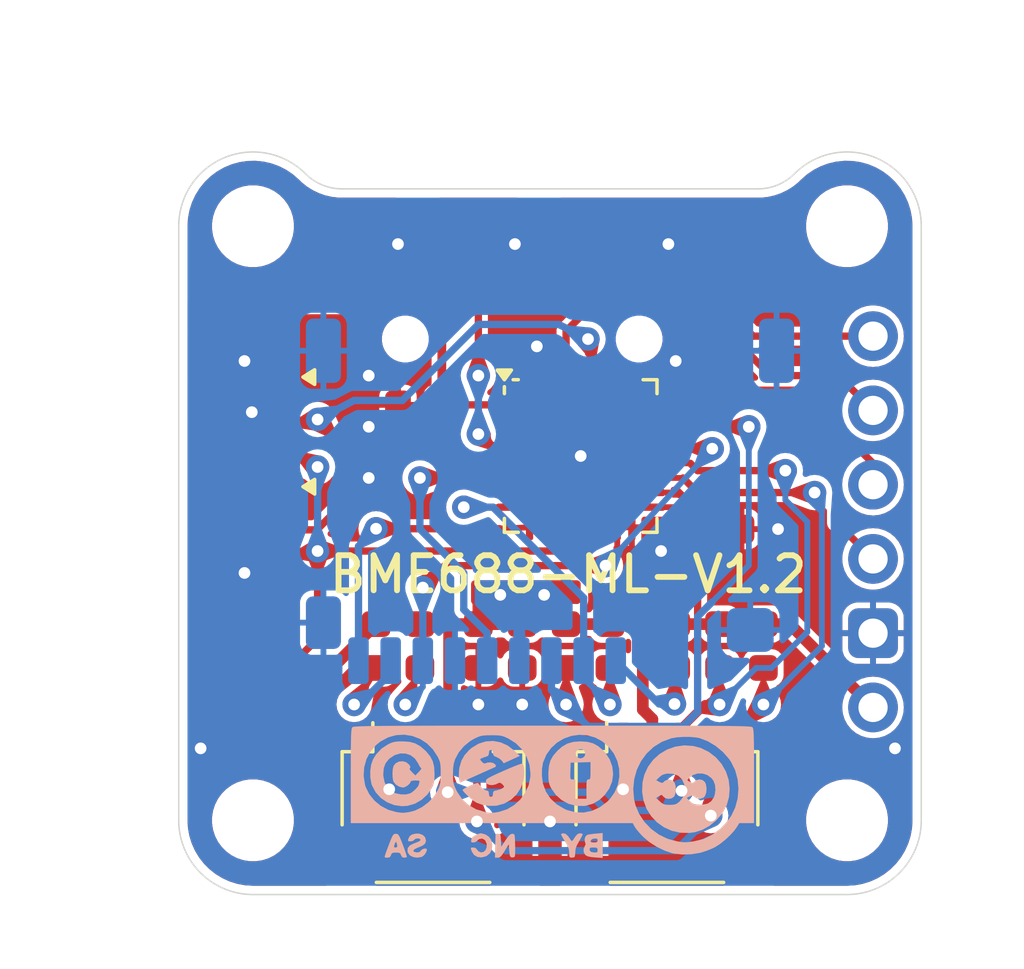
<source format=kicad_pcb>
(kicad_pcb (version 20240108) (generator "pcbnew") (generator_version "8.0")
  (layers (0 "F.Cu" signal) (31 "B.Cu" signal) (34 "B.Paste" user) (35 "F.Paste" user) (36 "B.SilkS" user "B.Silkscreen") (37 "F.SilkS" user "F.Silkscreen") (38 "B.Mask" user) (39 "F.Mask" user) (44 "Edge.Cuts" user))
  (net 0 "")
  (net 1 "GND")
  (net 2 "+3.3V")
  (net 3 "RESET")
  (net 4 "SPI-MISO")
  (net 5 "SPI1-CLK")
  (net 6 "SWO")
  (net 7 "CardDetect")
  (net 8 "I2C1-SDA")
  (net 9 "I2C1-SCL")
  (net 10 "SWDIO")
  (net 11 "I2C3-SCL")
  (net 12 "SWCLK")
  (net 13 "I2C3-SDA")
  (net 14 "CS-SDCARD")
  (net 15 "UART1-TX")
  (net 16 "SPI-MOSI")
  (net 17 "Net-(CONN3-NC1)")
  (net 18 "Net-(CONN3-NC8)")
  (footprint "MountingHole:MountingHole_2.2mm_M2" (layer "F.Cu") (at 137.16 86.36)
    (property "Reference" "H4" (hide yes))
    (property "Value" "MountingHole" (hide yes))
    (pad "" np_thru_hole circle (at 0 0) (size 2.2 2.2) (drill 2.2) (layers "*.Cu" "*.Mask"))
  )
  (footprint "MountingHole:MountingHole_2.2mm_M2" (layer "F.Cu") (at 137.16 66.04)
    (property "Reference" "H2" (hide yes))
    (property "Value" "MountingHole" (hide yes))
    (pad "" np_thru_hole circle (at 0 0) (size 2.2 2.2) (drill 2.2) (layers "*.Cu" "*.Mask"))
  )
  (footprint "1projectLibrary:JST_SH_SM04B-SRSS-TB_1x04-1MP_P1.00mm_Horizontal" (layer "F.Cu") (at 123 85.8)
    (property "Reference" "CONN1" (hide yes))
    (property "Value" "SM04B-SRSS-TB" (hide yes))
    (pad "1" smd roundrect (at -1.5 -2) (size 0.6 1.55) (layers "F.Cu" "F.Paste" "F.Mask") (net 1 "GND"))
    (pad "2" smd roundrect (at -0.5 -2) (size 0.6 1.55) (layers "F.Cu" "F.Paste" "F.Mask") (net 2 "+3.3V"))
    (pad "3" smd roundrect (at 0.5 -2) (size 0.6 1.55) (layers "F.Cu" "F.Paste" "F.Mask") (net 8 "I2C1-SDA"))
    (pad "4" smd roundrect (at 1.5 -2) (size 0.6 1.55) (layers "F.Cu" "F.Paste" "F.Mask") (net 9 "I2C1-SCL"))
    (pad "P" smd roundrect (at -2.8 1.875) (size 1.2 1.8) (layers "F.Cu" "F.Paste" "F.Mask") (roundrect_rratio 0.208333) (net 1 "GND"))
    (pad "P" smd roundrect (at 2.8 1.875) (size 1.2 1.8) (layers "F.Cu" "F.Paste" "F.Mask") (roundrect_rratio 0.208333) (net 1 "GND"))
  )
  (footprint "1projectLibrary:R_0603_nominal" (layer "F.Cu") (at 129.05 80.4 -90)
    (property "Reference" "R3" (hide yes))
    (property "Value" "CR0603-FX-4701ELF")
    (pad "1" smd roundrect (at -0.75 0 270) (size 0.88 0.98) (layers "F.Cu" "F.Paste" "F.Mask") (net 2 "+3.3V"))
    (pad "2" smd roundrect (at 0.75 0 270) (size 0.88 0.98) (layers "F.Cu" "F.Paste" "F.Mask") (net 14 "CS-SDCARD"))
  )
  (footprint "1projectLibrary:C_0603_nominal" (layer "F.Cu") (at 124.55 80.4 -90)
    (property "Reference" "C5" (hide yes))
    (property "Value" "C0603C475K8PAC7411" (hide yes))
    (pad "1" smd roundrect (at -0.75 0 270) (size 0.88 0.98) (layers "F.Cu" "F.Paste" "F.Mask") (net 2 "+3.3V"))
    (pad "2" smd roundrect (at 0.75 0 270) (size 0.88 0.98) (layers "F.Cu" "F.Paste" "F.Mask") (net 1 "GND"))
  )
  (footprint "Package_DFN_QFN:QFN-32-1EP_5x5mm_P0.5mm_EP3.45x3.45mm" (layer "F.Cu") (at 128.05 73.9)
    (property "Reference" "U1" (hide yes))
    (property "Value" "STM32L431KBU6TR")
    (pad "1" smd roundrect (at -2.4375 -1.75) (size 0.875 0.25) (layers "F.Cu" "F.Paste" "F.Mask") (net 2 "+3.3V"))
    (pad "2" smd roundrect (at -2.4375 -1.25) (size 0.875 0.25) (layers "F.Cu" "F.Paste" "F.Mask") (net 1 "GND"))
    (pad "3" smd roundrect (at -2.4375 -0.75) (size 0.875 0.25) (layers "F.Cu" "F.Paste" "F.Mask") (net 1 "GND"))
    (pad "4" smd roundrect (at -2.4375 -0.25) (size 0.875 0.25) (layers "F.Cu" "F.Paste" "F.Mask") (net 3 "RESET"))
    (pad "5" smd roundrect (at -2.4375 0.25) (size 0.875 0.25) (layers "F.Cu" "F.Paste" "F.Mask") (net 2 "+3.3V"))
    (pad "6" smd roundrect (at -2.4375 0.75) (size 0.875 0.25) (layers "F.Cu" "F.Paste" "F.Mask") (net 1 "GND"))
    (pad "7" smd roundrect (at -2.4375 1.25) (size 0.875 0.25) (layers "F.Cu" "F.Paste" "F.Mask") (net 5 "SPI1-CLK"))
    (pad "8" smd roundrect (at -2.4375 1.75) (size 0.875 0.25) (layers "F.Cu" "F.Paste" "F.Mask") (net 14 "CS-SDCARD"))
    (pad "9" smd roundrect (at -1.75 2.4375) (size 0.25 0.875) (layers "F.Cu" "F.Paste" "F.Mask") (net 7 "CardDetect"))
    (pad "10" smd roundrect (at -1.25 2.4375) (size 0.25 0.875) (layers "F.Cu" "F.Paste" "F.Mask") (net 1 "GND"))
    (pad "11" smd roundrect (at -0.75 2.4375) (size 0.25 0.875) (layers "F.Cu" "F.Paste" "F.Mask") (net 1 "GND"))
    (pad "12" smd roundrect (at -0.25 2.4375) (size 0.25 0.875) (layers "F.Cu" "F.Paste" "F.Mask") (net 1 "GND"))
    (pad "13" smd roundrect (at 0.25 2.4375) (size 0.25 0.875) (layers "F.Cu" "F.Paste" "F.Mask") (net 11 "I2C3-SCL"))
    (pad "14" smd roundrect (at 0.75 2.4375) (size 0.25 0.875) (layers "F.Cu" "F.Paste" "F.Mask") (net 1 "GND"))
    (pad "15" smd roundrect (at 1.25 2.4375) (size 0.25 0.875) (layers "F.Cu" "F.Paste" "F.Mask") (net 1 "GND"))
    (pad "16" smd roundrect (at 1.75 2.4375) (size 0.25 0.875) (layers "F.Cu" "F.Paste" "F.Mask") (net 1 "GND"))
    (pad "17" smd roundrect (at 2.4375 1.75) (size 0.875 0.25) (layers "F.Cu" "F.Paste" "F.Mask") (net 2 "+3.3V"))
    (pad "18" smd roundrect (at 2.4375 1.25) (size 0.875 0.25) (layers "F.Cu" "F.Paste" "F.Mask") (net 1 "GND"))
    (pad "19" smd roundrect (at 2.4375 0.75) (size 0.875 0.25) (layers "F.Cu" "F.Paste" "F.Mask") (net 9 "I2C1-SCL"))
    (pad "20" smd roundrect (at 2.4375 0.25) (size 0.875 0.25) (layers "F.Cu" "F.Paste" "F.Mask") (net 8 "I2C1-SDA"))
    (pad "21" smd roundrect (at 2.4375 -0.25) (size 0.875 0.25) (layers "F.Cu" "F.Paste" "F.Mask") (net 4 "SPI-MISO"))
    (pad "22" smd roundrect (at 2.4375 -0.75) (size 0.875 0.25) (layers "F.Cu" "F.Paste" "F.Mask") (net 16 "SPI-MOSI"))
    (pad "23" smd roundrect (at 2.4375 -1.25) (size 0.875 0.25) (layers "F.Cu" "F.Paste" "F.Mask") (net 10 "SWDIO"))
    (pad "24" smd roundrect (at 2.4375 -1.75) (size 0.875 0.25) (layers "F.Cu" "F.Paste" "F.Mask") (net 12 "SWCLK"))
    (pad "25" smd roundrect (at 1.75 -2.4375) (size 0.25 0.875) (layers "F.Cu" "F.Paste" "F.Mask") (net 1 "GND"))
    (pad "26" smd roundrect (at 1.25 -2.4375) (size 0.25 0.875) (layers "F.Cu" "F.Paste" "F.Mask") (net 6 "SWO"))
    (pad "27" smd roundrect (at 0.75 -2.4375) (size 0.25 0.875) (layers "F.Cu" "F.Paste" "F.Mask") (net 13 "I2C3-SDA"))
    (pad "28" smd roundrect (at 0.25 -2.4375) (size 0.25 0.875) (layers "F.Cu" "F.Paste" "F.Mask") (net 1 "GND"))
    (pad "29" smd roundrect (at -0.25 -2.4375) (size 0.25 0.875) (layers "F.Cu" "F.Paste" "F.Mask") (net 15 "UART1-TX"))
    (pad "30" smd roundrect (at -0.75 -2.4375) (size 0.25 0.875) (layers "F.Cu" "F.Paste" "F.Mask") (net 1 "GND"))
    (pad "31" smd roundrect (at -1.25 -2.4375) (size 0.25 0.875) (layers "F.Cu" "F.Paste" "F.Mask") (net 1 "GND"))
    (pad "32" smd roundrect (at -1.75 -2.4375) (size 0.25 0.875) (layers "F.Cu" "F.Paste" "F.Mask") (net 1 "GND"))
    (pad "33" smd rect (at 0 0) (size 3.45 3.45) (property pad_prop_heatsink) (layers "F.Cu" "F.Mask") (net 1 "GND"))
  )
  (footprint "1projectLibrary:C_0603_nominal" (layer "F.Cu") (at 126.05 80.4 -90)
    (property "Reference" "C2" (hide yes))
    (property "Value" "KGM15AR71C104KT" (hide yes))
    (pad "1" smd roundrect (at -0.75 0 270) (size 0.88 0.98) (layers "F.Cu" "F.Paste" "F.Mask") (net 2 "+3.3V"))
    (pad "2" smd roundrect (at 0.75 0 270) (size 0.88 0.98) (layers "F.Cu" "F.Paste" "F.Mask") (net 1 "GND"))
  )
  (footprint "MountingHole:MountingHole_2.2mm_M2" (layer "F.Cu") (at 116.84 86.36)
    (property "Reference" "H3" (hide yes))
    (property "Value" "MountingHole" (hide yes))
    (pad "" np_thru_hole circle (at 0 0) (size 2.2 2.2) (drill 2.2) (layers "*.Cu" "*.Mask"))
  )
  (footprint "1projectLibrary:JST_SH_SM04B-SRSS-TB_1x04-1MP_P1.00mm_Horizontal" (layer "F.Cu") (at 131 85.8)
    (property "Reference" "CONN2" (hide yes))
    (property "Value" "SM04B-SRSS-TB" (hide yes))
    (pad "1" smd roundrect (at -1.5 -2) (size 0.6 1.55) (layers "F.Cu" "F.Paste" "F.Mask") (net 1 "GND"))
    (pad "2" smd roundrect (at -0.5 -2) (size 0.6 1.55) (layers "F.Cu" "F.Paste" "F.Mask") (net 2 "+3.3V"))
    (pad "3" smd roundrect (at 0.5 -2) (size 0.6 1.55) (layers "F.Cu" "F.Paste" "F.Mask") (net 8 "I2C1-SDA"))
    (pad "4" smd roundrect (at 1.5 -2) (size 0.6 1.55) (layers "F.Cu" "F.Paste" "F.Mask") (net 9 "I2C1-SCL"))
    (pad "P" smd roundrect (at -2.8 1.875) (size 1.2 1.8) (layers "F.Cu" "F.Paste" "F.Mask") (roundrect_rratio 0.208333) (net 1 "GND"))
    (pad "P" smd roundrect (at 2.8 1.875) (size 1.2 1.8) (layers "F.Cu" "F.Paste" "F.Mask") (roundrect_rratio 0.208333) (net 1 "GND"))
  )
  (footprint "1projectLibrary:R_0603_nominal" (layer "F.Cu") (at 121.05 80.4 -90)
    (property "Reference" "R5" (hide yes))
    (property "Value" "CR0603-FX-4701ELF")
    (pad "1" smd roundrect (at -0.75 0 270) (size 0.88 0.98) (layers "F.Cu" "F.Paste" "F.Mask") (net 2 "+3.3V"))
    (pad "2" smd roundrect (at 0.75 0 270) (size 0.88 0.98) (layers "F.Cu" "F.Paste" "F.Mask") (net 18 "Net-(CONN3-NC8)"))
  )
  (footprint "1projectLibrary:R_0603_nominal" (layer "F.Cu") (at 132.8 80.4 -90)
    (property "Reference" "R7" (hide yes))
    (property "Value" "CR0603-FX-4701ELF")
    (pad "1" smd roundrect (at -0.75 0 270) (size 0.88 0.98) (layers "F.Cu" "F.Paste" "F.Mask") (net 2 "+3.3V"))
    (pad "2" smd roundrect (at 0.75 0 270) (size 0.88 0.98) (layers "F.Cu" "F.Paste" "F.Mask") (net 8 "I2C1-SDA"))
  )
  (footprint "1projectLibrary:C_0603_nominal" (layer "F.Cu") (at 116.55 78.9)
    (property "Reference" "C8" (hide yes))
    (property "Value" "KGM15AR71C104KT" (hide yes))
    (pad "1" smd roundrect (at -0.75 0) (size 0.88 0.98) (layers "F.Cu" "F.Paste" "F.Mask") (net 2 "+3.3V"))
    (pad "2" smd roundrect (at 0.75 0) (size 0.88 0.98) (layers "F.Cu" "F.Paste" "F.Mask") (net 1 "GND"))
  )
  (footprint "1projectLibrary:R_0603_nominal" (layer "F.Cu") (at 122.55 80.4 -90)
    (property "Reference" "R2" (hide yes))
    (property "Value" "CR0603-FX-4701ELF")
    (pad "1" smd roundrect (at -0.75 0 270) (size 0.88 0.98) (layers "F.Cu" "F.Paste" "F.Mask") (net 2 "+3.3V"))
    (pad "2" smd roundrect (at 0.75 0 270) (size 0.88 0.98) (layers "F.Cu" "F.Paste" "F.Mask") (net 4 "SPI-MISO"))
  )
  (footprint "1projectLibrary:R_0603_nominal" (layer "F.Cu") (at 134.3 80.4 -90)
    (property "Reference" "R6" (hide yes))
    (property "Value" "CR0603-FX-4701ELF")
    (pad "1" smd roundrect (at -0.75 0 270) (size 0.88 0.98) (layers "F.Cu" "F.Paste" "F.Mask") (net 2 "+3.3V"))
    (pad "2" smd roundrect (at 0.75 0 270) (size 0.88 0.98) (layers "F.Cu" "F.Paste" "F.Mask") (net 9 "I2C1-SCL"))
  )
  (footprint "MountingHole:MountingHole_2.2mm_M2" (layer "F.Cu") (at 116.84 66.04)
    (property "Reference" "H1" (hide yes))
    (property "Value" "MountingHole" (hide yes))
    (pad "" np_thru_hole circle (at 0 0) (size 2.2 2.2) (drill 2.2) (layers "*.Cu" "*.Mask"))
  )
  (footprint "1projectLibrary:DebugConnector_1x06_P2.54mm" (layer "F.Cu") (at 138.05 76.15 180)
    (property "Reference" "CONN5" (hide yes))
    (property "Value" "notApplicable")
    (pad "1" thru_hole circle (at 0 -6.35 180) (size 1.7 1.7) (drill 1) (layers "*.Cu" "*.Mask") (net 2 "+3.3V"))
    (pad "2" thru_hole roundrect (at 0 -3.81 180) (size 1.7 1.7) (drill 1) (layers "*.Cu" "*.Mask") (roundrect_rratio 0.2) (net 1 "GND"))
    (pad "3" thru_hole oval (at 0 -1.27 180) (size 1.7 1.7) (drill 1) (layers "*.Cu" "*.Mask") (net 10 "SWDIO"))
    (pad "4" thru_hole oval (at 0 1.27 180) (size 1.7 1.7) (drill 1) (layers "*.Cu" "*.Mask") (net 12 "SWCLK"))
    (pad "5" thru_hole oval (at 0 3.81 180) (size 1.7 1.7) (drill 1) (layers "*.Cu" "*.Mask") (net 6 "SWO"))
    (pad "6" thru_hole oval (at 0 6.35 180) (size 1.7 1.7) (drill 1) (layers "*.Cu" "*.Mask") (net 15 "UART1-TX"))
  )
  (footprint "1projectLibrary:R_0603_nominal" (layer "F.Cu") (at 116.55 80.4)
    (property "Reference" "R9" (hide yes))
    (property "Value" "CR0603-FX-4701ELF")
    (pad "1" smd roundrect (at -0.75 0) (size 0.88 0.98) (layers "F.Cu" "F.Paste" "F.Mask") (net 2 "+3.3V"))
    (pad "2" smd roundrect (at 0.75 0) (size 0.88 0.98) (layers "F.Cu" "F.Paste" "F.Mask") (net 13 "I2C3-SDA"))
  )
  (footprint "1projectLibrary:C_0603_nominal" (layer "F.Cu") (at 132.8 76.4)
    (property "Reference" "C7" (hide yes))
    (property "Value" "KGM15AR71C104KT" (hide yes))
    (pad "1" smd roundrect (at -0.75 0) (size 0.88 0.98) (layers "F.Cu" "F.Paste" "F.Mask") (net 2 "+3.3V"))
    (pad "2" smd roundrect (at 0.75 0) (size 0.88 0.98) (layers "F.Cu" "F.Paste" "F.Mask") (net 1 "GND"))
  )
  (footprint "1projectLibrary:C_0603_nominal" (layer "F.Cu") (at 122.55 73.65 180)
    (property "Reference" "C4" (hide yes))
    (property "Value" "C0603C475K8PAC7411" (hide yes))
    (pad "1" smd roundrect (at -0.75 0 180) (size 0.88 0.98) (layers "F.Cu" "F.Paste" "F.Mask") (net 2 "+3.3V"))
    (pad "2" smd roundrect (at 0.75 0 180) (size 0.88 0.98) (layers "F.Cu" "F.Paste" "F.Mask") (net 1 "GND"))
  )
  (footprint "Fiducial:Fiducial_0.5mm_Mask1mm" (layer "F.Cu") (at 133.8 66.65)
    (property "Reference" "F3" (hide yes))
    (property "Value" "Fiducial")
    (pad "" smd circle (at 0 0) (size 0.5 0.5) (layers "F.Cu" "F.Mask") (clearance 0.25))
  )
  (footprint "Fiducial:Fiducial_0.5mm_Mask1mm" (layer "F.Cu") (at 120.3 66.65)
    (property "Reference" "F2" (hide yes))
    (property "Value" "Fiducial")
    (pad "" smd circle (at 0 0) (size 0.5 0.5) (layers "F.Cu" "F.Mask") (clearance 0.25))
  )
  (footprint "1projectLibrary:R_0603_nominal" (layer "F.Cu") (at 131.3 80.4 -90)
    (property "Reference" "R4" (hide yes))
    (property "Value" "CR0603-FX-4701ELF")
    (pad "1" smd roundrect (at -0.75 0 270) (size 0.88 0.98) (layers "F.Cu" "F.Paste" "F.Mask") (net 2 "+3.3V"))
    (pad "2" smd roundrect (at 0.75 0 270) (size 0.88 0.98) (layers "F.Cu" "F.Paste" "F.Mask") (net 17 "Net-(CONN3-NC1)"))
  )
  (footprint "1projectLibrary:C_0603_nominal" (layer "F.Cu") (at 129.05 66.65)
    (property "Reference" "C6" (hide yes))
    (property "Value" "KGM15AR71C104KT" (hide yes))
    (pad "1" smd roundrect (at -0.75 0) (size 0.88 0.98) (layers "F.Cu" "F.Paste" "F.Mask") (net 3 "RESET"))
    (pad "2" smd roundrect (at 0.75 0) (size 0.88 0.98) (layers "F.Cu" "F.Paste" "F.Mask") (net 1 "GND"))
  )
  (footprint "1projectLibrary:Wurth-434133025816" (layer "F.Cu") (at 124.55 66.65 180)
    (property "Reference" "SW1" (hide yes))
    (property "Value" "434133025816")
    (pad "1" smd roundrect (at -2.075 -1.075 180) (size 1.05 0.65) (layers "F.Cu" "F.Paste" "F.Mask") (roundrect_rratio 0.2) (net 3 "RESET"))
    (pad "2" smd roundrect (at 2.075 -1.075 180) (size 1.05 0.65) (layers "F.Cu" "F.Paste" "F.Mask") (roundrect_rratio 0.2) (net 3 "RESET"))
    (pad "3" smd roundrect (at -2.075 1.075 180) (size 1.05 0.65) (layers "F.Cu" "F.Paste" "F.Mask") (roundrect_rratio 0.2) (net 1 "GND"))
    (pad "4" smd roundrect (at 2.075 1.075 180) (size 1.05 0.65) (layers "F.Cu" "F.Paste" "F.Mask") (roundrect_rratio 0.2) (net 1 "GND"))
  )
  (footprint "1projectLibrary:R_0603_nominal" (layer "F.Cu") (at 116.55 81.9)
    (property "Reference" "R8" (hide yes))
    (property "Value" "CR0603-FX-4701ELF")
    (pad "1" smd roundrect (at -0.75 0) (size 0.88 0.98) (layers "F.Cu" "F.Paste" "F.Mask") (net 2 "+3.3V"))
    (pad "2" smd roundrect (at 0.75 0) (size 0.88 0.98) (layers "F.Cu" "F.Paste" "F.Mask") (net 11 "I2C3-SCL"))
  )
  (footprint "1projectLibrary:R_0603_nominal" (layer "F.Cu") (at 127.55 80.4 -90)
    (property "Reference" "R1" (hide yes))
    (property "Value" "CR0603-FX-4701ELF")
    (pad "1" smd roundrect (at -0.75 0 270) (size 0.88 0.98) (layers "F.Cu" "F.Paste" "F.Mask") (net 2 "+3.3V"))
    (pad "2" smd roundrect (at 0.75 0 270) (size 0.88 0.98) (layers "F.Cu" "F.Paste" "F.Mask") (net 16 "SPI-MOSI"))
  )
  (footprint "1projectLibrary:C_0603_nominal" (layer "F.Cu") (at 122.55 72.15 180)
    (property "Reference" "C1" (hide yes))
    (property "Value" "KGM15AR71C104KT" (hide yes))
    (pad "1" smd roundrect (at -0.75 0 180) (size 0.88 0.98) (layers "F.Cu" "F.Paste" "F.Mask") (net 2 "+3.3V"))
    (pad "2" smd roundrect (at 0.75 0 180) (size 0.88 0.98) (layers "F.Cu" "F.Paste" "F.Mask") (net 1 "GND"))
  )
  (footprint "1projectLibrary:BME688" (layer "F.Cu") (at 116.8 76.15 -90)
    (property "Reference" "U3" (hide yes))
    (property "Value" "BME688")
    (pad "1" smd roundrect (at -1.2 -1.1875 270) (size 0.5 0.525) (layers "F.Cu" "F.Paste" "F.Mask") (net 1 "GND"))
    (pad "2" smd roundrect (at -0.4 -1.1875 270) (size 0.5 0.525) (layers "F.Cu" "F.Paste" "F.Mask") (net 2 "+3.3V"))
    (pad "3" smd roundrect (at 0.4 -1.1875 270) (size 0.5 0.525) (layers "F.Cu" "F.Paste" "F.Mask") (net 13 "I2C3-SDA"))
    (pad "4" smd roundrect (at 1.2 -1.1875 270) (size 0.5 0.525) (layers "F.Cu" "F.Paste" "F.Mask") (net 11 "I2C3-SCL"))
    (pad "5" smd roundrect (at 1.2 1.1875 270) (size 0.5 0.525) (layers "F.Cu" "F.Paste" "F.Mask") (net 2 "+3.3V"))
    (pad "6" smd roundrect (at 0.4 1.1875 270) (size 0.5 0.525) (layers "F.Cu" "F.Paste" "F.Mask") (net 2 "+3.3V"))
    (pad "7" smd roundrect (at -0.4 1.1875 270) (size 0.5 0.525) (layers "F.Cu" "F.Paste" "F.Mask") (net 1 "GND"))
    (pad "8" smd roundrect (at -1.2 1.1875 270) (size 0.5 0.525) (layers "F.Cu" "F.Paste" "F.Mask") (net 2 "+3.3V"))
  )
  (footprint "Fiducial:Fiducial_0.5mm_Mask1mm" (layer "F.Cu") (at 135.8 82.9)
    (property "Reference" "F1" (hide yes))
    (property "Value" "Fiducial")
    (pad "" smd circle (at 0 0) (size 0.5 0.5) (layers "F.Cu" "F.Mask") (clearance 0.25))
  )
  (footprint "1projectLibrary:BME688" (layer "F.Cu") (at 116.8 72.4 -90)
    (property "Reference" "U2" (hide yes))
    (property "Value" "BME688")
    (pad "1" smd roundrect (at -1.2 -1.1875 270) (size 0.5 0.525) (layers "F.Cu" "F.Paste" "F.Mask") (net 1 "GND"))
    (pad "2" smd roundrect (at -0.4 -1.1875 270) (size 0.5 0.525) (layers "F.Cu" "F.Paste" "F.Mask") (net 2 "+3.3V"))
    (pad "3" smd roundrect (at 0.4 -1.1875 270) (size 0.5 0.525) (layers "F.Cu" "F.Paste" "F.Mask") (net 13 "I2C3-SDA"))
    (pad "4" smd roundrect (at 1.2 -1.1875 270) (size 0.5 0.525) (layers "F.Cu" "F.Paste" "F.Mask") (net 11 "I2C3-SCL"))
    (pad "5" smd roundrect (at 1.2 1.1875 270) (size 0.5 0.525) (layers "F.Cu" "F.Paste" "F.Mask") (net 1 "GND"))
    (pad "6" smd roundrect (at 0.4 1.1875 270) (size 0.5 0.525) (layers "F.Cu" "F.Paste" "F.Mask") (net 2 "+3.3V"))
    (pad "7" smd roundrect (at -0.4 1.1875 270) (size 0.5 0.525) (layers "F.Cu" "F.Paste" "F.Mask") (net 1 "GND"))
    (pad "8" smd roundrect (at -1.2 1.1875 270) (size 0.5 0.525) (layers "F.Cu" "F.Paste" "F.Mask") (net 2 "+3.3V"))
  )
  (footprint "1projectLibrary:C_0603_nominal" (layer "F.Cu") (at 116.55 69.65)
    (property "Reference" "C3" (hide yes))
    (property "Value" "KGM15AR71C104KT" (hide yes))
    (pad "1" smd roundrect (at -0.75 0) (size 0.88 0.98) (layers "F.Cu" "F.Paste" "F.Mask") (net 2 "+3.3V"))
    (pad "2" smd roundrect (at 0.75 0) (size 0.88 0.98) (layers "F.Cu" "F.Paste" "F.Mask") (net 1 "GND"))
  )
  (footprint "1projectLibrary:CC-logo-14mm" (layer "B.Cu") (at 127.1 85.45 180)
    (property "Reference" "G***" (hide yes))
    (property "Value" "LOGO" (hide yes))
  )
  (footprint "1projectLibrary:MSD-1-A" (layer "B.Cu") (at 127 69.9)
    (property "Reference" "CONN3" (hide yes))
    (property "Value" "MSD-1-A")
    (pad "" np_thru_hole circle (at -4.95 0) (size 1 1) (drill 1) (layers "F&B.Cu" "*.Mask"))
    (pad "" np_thru_hole circle (at 3.05 0) (size 1 1) (drill 1) (layers "F&B.Cu" "*.Mask"))
    (pad "1" smd roundrect (at 2.25 11) (size 0.7 1.6) (layers "B.Cu" "B.Paste" "B.Mask") (roundrect_rratio 0.2) (net 17 "Net-(CONN3-NC1)"))
    (pad "2" smd roundrect (at 1.15 11) (size 0.7 1.6) (layers "B.Cu" "B.Paste" "B.Mask") (roundrect_rratio 0.2) (net 14 "CS-SDCARD"))
    (pad "3" smd roundrect (at 0.05 11) (size 0.7 1.6) (layers "B.Cu" "B.Paste" "B.Mask") (roundrect_rratio 0.2) (net 16 "SPI-MOSI"))
    (pad "4" smd roundrect (at -1.05 11) (size 0.7 1.6) (layers "B.Cu" "B.Paste" "B.Mask") (roundrect_rratio 0.2) (net 2 "+3.3V"))
    (pad "5" smd roundrect (at -2.15 11) (size 0.7 1.6) (layers "B.Cu" "B.Paste" "B.Mask") (roundrect_rratio 0.2) (net 5 "SPI1-CLK"))
    (pad "6" smd roundrect (at -3.25 11) (size 0.7 1.6) (layers "B.Cu" "B.Paste" "B.Mask") (roundrect_rratio 0.2) (net 1 "GND"))
    (pad "7" smd roundrect (at -4.35 11) (size 0.7 1.6) (layers "B.Cu" "B.Paste" "B.Mask") (roundrect_rratio 0.2) (net 4 "SPI-MISO"))
    (pad "8" smd roundrect (at -5.45 11) (size 0.7 1.6) (layers "B.Cu" "B.Paste" "B.Mask") (roundrect_rratio 0.2) (net 18 "Net-(CONN3-NC8)"))
    (pad "9" smd roundrect (at -6.55 11) (size 0.7 1.6) (layers "B.Cu" "B.Paste" "B.Mask") (roundrect_rratio 0.2) (net 7 "CardDetect"))
    (pad "SH" smd roundrect (at -7.75 0.4) (size 1.2 2.2) (layers "B.Cu" "B.Paste" "B.Mask") (roundrect_rratio 0.2) (net 1 "GND"))
    (pad "SH" smd roundrect (at -7.75 9.7) (size 1.2 1.8) (layers "B.Cu" "B.Paste" "B.Mask") (roundrect_rratio 0.2) (net 1 "GND"))
    (pad "SH" smd roundrect (at 6.85 9.95) (size 1.6 1.5) (layers "B.Cu" "B.Paste" "B.Mask") (roundrect_rratio 0.2) (net 1 "GND"))
    (pad "SH" smd roundrect (at 7.75 0.4) (size 1.2 2.2) (layers "B.Cu" "B.Paste" "B.Mask") (roundrect_rratio 0.2) (net 1 "GND"))
  )
  (gr_arc (start 139.7 86.36) (mid 138.956051 88.156051) (end 137.16 88.9) (stroke (width 0.05)) (layer "Edge.Cuts"))
  (gr_arc (start 114.3 66.04) (mid 115.867984 63.693346) (end 118.636051 64.243949) (stroke (width 0.05)) (layer "Edge.Cuts"))
  (gr_line (start 116.84 88.9) (end 137.16 88.9) (stroke (width 0.05)) (layer "Edge.Cuts"))
  (gr_arc (start 135.363949 64.243949) (mid 138.132016 63.693346) (end 139.7 66.04) (stroke (width 0.05)) (layer "Edge.Cuts"))
  (gr_line (start 119.888 64.762523) (end 134.112 64.762523) (stroke (width 0.05)) (layer "Edge.Cuts"))
  (gr_arc (start 119.888 64.762523) (mid 119.21045 64.62775) (end 118.636051 64.243949) (stroke (width 0.05)) (layer "Edge.Cuts"))
  (gr_line (start 139.7 86.36) (end 139.7 66.04) (stroke (width 0.05)) (layer "Edge.Cuts"))
  (gr_arc (start 116.84 88.9) (mid 115.043949 88.156051) (end 114.3 86.36) (stroke (width 0.05)) (layer "Edge.Cuts"))
  (gr_arc (start 135.363949 64.243949) (mid 134.78955 64.62775) (end 134.112 64.762523) (stroke (width 0.05)) (layer "Edge.Cuts"))
  (gr_line (start 114.3 66.04) (end 114.3 86.36) (stroke (width 0.05)) (layer "Edge.Cuts"))
  (gr_text "BME688-ML-V1.2" (at 119.35 78.65 0) (layer "F.SilkS") (effects (font (size 1.2 1.2) (thickness 0.2) (bold yes)) (justify left bottom)))
  (via (at 125.8 66.65) (size 0.8) (drill 0.4) (layers "F.Cu" "B.Cu") (net 1))
  (via (at 129.5 85.3) (size 0.8) (drill 0.4) (layers "F.Cu" "B.Cu") (net 1))
  (via (at 121.8 66.65) (size 0.8) (drill 0.4) (layers "F.Cu" "B.Cu") (net 1))
  (via (at 120.8 71.15) (size 0.8) (drill 0.4) (layers "F.Cu" "B.Cu") (net 1))
  (via (at 116.55 77.9) (size 0.8) (drill 0.4) (layers "F.Cu" "B.Cu") (net 1))
  (via (at 121.5 85.3) (size 0.8) (drill 0.4) (layers "F.Cu" "B.Cu") (net 1))
  (via (at 116.55 70.65) (size 0.8) (drill 0.4) (layers "F.Cu" "B.Cu") (net 1))
  (via (at 126.55 70.15) (size 0.8) (drill 0.4) (layers "F.Cu" "B.Cu") (net 1))
  (via (at 127 86.4) (size 0.8) (drill 0.4) (layers "F.Cu" "B.Cu") (net 1))
  (via (at 128.05 73.9) (size 0.8) (drill 0.4) (layers "F.Cu" "B.Cu") (net 1))
  (via (at 130.8 77.15) (size 0.8) (drill 0.4) (layers "F.Cu" "B.Cu") (net 1))
  (via (at 138.8 83.9) (size 0.8) (drill 0.4) (layers "F.Cu" "B.Cu") (net 1))
  (via (at 116.8 72.4) (size 0.8) (drill 0.4) (layers "F.Cu" "B.Cu") (net 1))
  (via (at 134.8 76.4) (size 0.8) (drill 0.4) (layers "F.Cu" "B.Cu") (net 1))
  (via (at 120.8 74.65) (size 0.8) (drill 0.4) (layers "F.Cu" "B.Cu") (net 1))
  (via (at 126.05 82.4) (size 0.8) (drill 0.4) (layers "F.Cu" "B.Cu") (net 1))
  (via (at 131.3 70.65) (size 0.8) (drill 0.4) (layers "F.Cu" "B.Cu") (net 1))
  (via (at 120.8 72.9) (size 0.8) (drill 0.4) (layers "F.Cu" "B.Cu") (net 1))
  (via (at 115.05 83.9) (size 0.8) (drill 0.4) (layers "F.Cu" "B.Cu") (net 1))
  (via (at 124.55 82.4) (size 0.8) (drill 0.4) (layers "F.Cu" "B.Cu") (net 1))
  (via (at 131.05 66.65) (size 0.8) (drill 0.4) (layers "F.Cu" "B.Cu") (net 1))
  (segment (start 114.8 78.9) (end 115.8 78.9) (width 0.3) (layer "F.Cu") (net 2))
  (segment (start 130.175 79.65) (end 134.3 79.65) (width 0.4) (layer "F.Cu") (net 2))
  (segment (start 132.05 76.4) (end 131.3 75.65) (width 0.25) (layer "F.Cu") (net 2))
  (segment (start 114.8 74.95) (end 114.8 76.55) (width 0.4) (layer "F.Cu") (net 2))
  (segment (start 114.8 69.65) (end 115.8 69.65) (width 0.3) (layer "F.Cu") (net 2))
  (segment (start 123.55 82.193026) (end 122.5 83.243026) (width 0.4) (layer "F.Cu") (net 2))
  (segment (start 114.8 76.55) (end 115.6125 76.55) (width 0.3) (layer "F.Cu") (net 2))
  (segment (start 114.8 68.65) (end 123.3 68.65) (width 0.4) (layer "F.Cu") (net 2))
  (segment (start 121.05 79.65) (end 130.175 79.65) (width 0.4) (layer "F.Cu") (net 2))
  (segment (start 114.8 74.95) (end 115.6125 74.95) (width 0.3) (layer "F.Cu") (net 2))
  (segment (start 132.05 79.65) (end 132.05 76.4) (width 0.25) (layer "F.Cu") (net 2))
  (segment (start 123.3 72.15) (end 123.3 73.65) (width 0.3) (layer "F.Cu") (net 2))
  (segment (start 115.6125 71.2) (end 117.9875 72) (width 0.25) (layer "F.Cu") (net 2))
  (segment (start 131.3 75.65) (end 130.4875 75.65) (width 0.2) (layer "F.Cu") (net 2))
  (segment (start 125.6125 72.15) (end 123.3 72.15) (width 0.25) (layer "F.Cu") (net 2))
  (segment (start 114.8 74.95) (end 114.8 72.8) (width 0.4) (layer "F.Cu") (net 2))
  (segment (start 114.8 71.2) (end 115.6125 71.2) (width 0.3) (layer "F.Cu") (net 2))
  (segment (start 114.8 81.9) (end 114.8 80.4) (width 0.4) (layer "F.Cu") (net 2))
  (segment (start 114.8 72.8) (end 115.6125 72.8) (width 0.3) (layer "F.Cu") (net 2))
  (segment (start 135.2 79.65) (end 138.05 82.5) (width 0.4) (layer "F.Cu") (net 2))
  (segment (start 114.8 71.2) (end 114.8 72.8) (width 0.4) (layer "F.Cu") (net 2))
  (segment (start 114.8 77.35) (end 114.8 78.9) (width 0.4) (layer "F.Cu") (net 2))
  (segment (start 114.8 77.35) (end 114.8 76.55) (width 0.4) (layer "F.Cu") (net 2))
  (segment (start 121.05 79.65) (end 117.8 82.9) (width 0.4) (layer "F.Cu") (net 2))
  (segment (start 114.8 78.9) (end 114.8 80.4) (width 0.4) (layer "F.Cu") (net 2))
  (segment (start 123.8 74.15) (end 123.3 73.65) (width 0.25) (layer "F.Cu") (net 2))
  (segment (start 117.8 82.9) (end 114.8 82.9) (width 0.4) (layer "F.Cu") (net 2))
  (segment (start 123.3 68.65) (end 123.3 72.15) (width 0.3) (layer "F.Cu") (net 2))
  (segment (start 123.55 79.65) (end 123.55 82.193026) (width 0.4) (layer "F.Cu") (net 2))
  (segment (start 130.5 82.9) (end 130.5 83.8) (width 0.4) (layer "F.Cu") (net 2))
  (segment (start 114.8 80.4) (end 115.8 80.4) (width 0.3) (layer "F.Cu") (net 2))
  (segment (start 117.9875 75.75) (end 115.6125 74.95) (width 0.25) (layer "F.Cu") (net 2))
  (segment (start 125.6125 74.15) (end 123.8 74.15) (width 0.2) (layer "F.Cu") (net 2))
  (segment (start 114.8 69.65) (end 114.8 68.65) (width 0.4) (layer "F.Cu") (net 2))
  (segment (start 114.8 82.9) (end 114.8 81.9) (width 0.4) (layer "F.Cu") (net 2))
  (segment (start 114.8 71.2) (end 114.8 69.65) (width 0.4) (layer "F.Cu") (net 2))
  (segment (start 130.175 82.575) (end 130.5 82.9) (width 0.4) (layer "F.Cu") (net 2))
  (segment (start 114.8 81.9) (end 115.8 81.9) (width 0.3) (layer "F.Cu") (net 2))
  (segment (start 130.175 79.65) (end 130.175 82.575) (width 0.4) (layer "F.Cu") (net 2))
  (segment (start 134.3 79.65) (end 135.2 79.65) (width 0.4) (layer "F.Cu") (net 2))
  (segment (start 122.5 83.243026) (end 122.5 83.8) (width 0.4) (layer "F.Cu") (net 2))
  (segment (start 114.8 77.35) (end 115.6125 77.35) (width 0.3) (layer "F.Cu") (net 2))
  (via (at 126.8 78.65) (size 0.8) (drill 0.4) (layers "F.Cu" "B.Cu") (net 2))
  (via (at 125.3 78.65) (size 0.8) (drill 0.4) (layers "F.Cu" "B.Cu") (net 2))
  (segment (start 126.625 67.725) (end 128.3 66.65) (width 0.25) (layer "F.Cu") (net 3))
  (segment (start 124.55 73.15) (end 125.05 73.65) (width 0.25) (layer "F.Cu") (net 3))
  (segment (start 122.475 67.725) (end 126.625 67.725) (width 0.25) (layer "F.Cu") (net 3))
  (segment (start 124.55 71.15) (end 124.55 67.725) (width 0.25) (layer "F.Cu") (net 3))
  (segment (start 125.05 73.65) (end 125.6125 73.65) (width 0.2) (layer "F.Cu") (net 3))
  (via (at 124.55 73.15) (size 0.8) (drill 0.4) (layers "F.Cu" "B.Cu") (net 3))
  (via (at 124.55 71.15) (size 0.8) (drill 0.4) (layers "F.Cu" "B.Cu") (net 3))
  (segment (start 124.55 71.15) (end 124.55 73.15) (width 0.25) (layer "B.Cu") (net 3))
  (segment (start 132.55 73.65) (end 130.4875 73.65) (width 0.2) (layer "F.Cu") (net 4))
  (segment (start 122.05 82.4) (end 122.55 81.15) (width 0.25) (layer "F.Cu") (net 4))
  (segment (start 123.4 77.65) (end 122.65 78.4) (width 0.25) (layer "F.Cu") (net 4))
  (segment (start 128.9 77.65) (end 123.4 77.65) (width 0.25) (layer "F.Cu") (net 4))
  (via (at 132.55 73.65) (size 0.8) (drill 0.4) (layers "F.Cu" "B.Cu") (net 4))
  (via (at 128.9 77.65) (size 0.8) (drill 0.4) (layers "F.Cu" "B.Cu") (net 4))
  (via (at 122.05 82.4) (size 0.8) (drill 0.4) (layers "F.Cu" "B.Cu") (net 4))
  (via (at 122.65 78.4) (size 0.8) (drill 0.4) (layers "F.Cu" "B.Cu") (net 4))
  (segment (start 122.65 78.4) (end 122.65 80.9) (width 0.25) (layer "B.Cu") (net 4))
  (segment (start 122.05 82.4) (end 122.65 81.8) (width 0.2) (layer "B.Cu") (net 4))
  (segment (start 122.65 81.8) (end 122.65 80.9) (width 0.2) (layer "B.Cu") (net 4))
  (segment (start 132.55 73.65) (end 128.9 77.65) (width 0.2) (layer "B.Cu") (net 4))
  (segment (start 124.8 75.15) (end 125.6125 75.15) (width 0.2) (layer "F.Cu") (net 5))
  (segment (start 124.8 75.15) (end 124.3 74.65) (width 0.25) (layer "F.Cu") (net 5))
  (segment (start 124.3 74.65) (end 122.55 74.65) (width 0.25) (layer "F.Cu") (net 5))
  (via (at 122.55 74.65) (size 0.8) (drill 0.4) (layers "F.Cu" "B.Cu") (net 5))
  (segment (start 122.55 76.4) (end 124.05 77.9) (width 0.25) (layer "B.Cu") (net 5))
  (segment (start 124.05 77.9) (end 124.05 79.15) (width 0.25) (layer "B.Cu") (net 5))
  (segment (start 124.05 79.15) (end 124.85 79.95) (width 0.25) (layer "B.Cu") (net 5))
  (segment (start 122.55 74.65) (end 122.55 76.4) (width 0.25) (layer "B.Cu") (net 5))
  (segment (start 124.85 79.95) (end 124.85 80.9) (width 0.25) (layer "B.Cu") (net 5))
  (segment (start 132.3 68.9) (end 134.55 71.15) (width 0.25) (layer "F.Cu") (net 6))
  (segment (start 129.05 70.4) (end 129.3 70.65) (width 0.2) (layer "F.Cu") (net 6))
  (segment (start 134.55 71.15) (end 136.86 71.15) (width 0.25) (layer "F.Cu") (net 6))
  (segment (start 129.55 68.9) (end 132.3 68.9) (width 0.25) (layer "F.Cu") (net 6))
  (segment (start 136.86 71.15) (end 138.05 72.34) (width 0.25) (layer "F.Cu") (net 6))
  (segment (start 129.3 70.65) (end 129.3 71.5125) (width 0.2) (layer "F.Cu") (net 6))
  (segment (start 129.05 69.4) (end 129.55 68.9) (width 0.25) (layer "F.Cu") (net 6))
  (segment (start 129.05 70.4) (end 129.05 69.4) (width 0.25) (layer "F.Cu") (net 6))
  (segment (start 125.2875 76.3875) (end 126.3 76.3375) (width 0.2) (layer "F.Cu") (net 7))
  (segment (start 121.05 76.3875) (end 125.2875 76.3875) (width 0.25) (layer "F.Cu") (net 7))
  (via (at 121.05 76.3875) (size 0.8) (drill 0.4) (layers "F.Cu" "B.Cu") (net 7))
  (segment (start 120.45 76.9875) (end 120.45 80.9) (width 0.25) (layer "B.Cu") (net 7))
  (segment (start 121.05 76.3875) (end 120.45 76.9875) (width 0.25) (layer "B.Cu") (net 7))
  (segment (start 132.05 74.4) (end 131.8 74.15) (width 0.25) (layer "F.Cu") (net 8))
  (segment (start 131.5 85.35) (end 131.5 83.8) (width 0.25) (layer "F.Cu") (net 8))
  (segment (start 123.5 85.4) (end 123.5 83.8) (width 0.25) (layer "F.Cu") (net 8))
  (segment (start 135.05 74.4) (end 132.05 74.4) (width 0.25) (layer "F.Cu") (net 8))
  (segment (start 132.8 82.4) (end 132.8 81.15) (width 0.2) (layer "F.Cu") (net 8))
  (segment (start 132.3 82.4) (end 131.5 83.2) (width 0.3) (layer "F.Cu") (net 8))
  (segment (start 131.8 74.15) (end 130.4875 74.15) (width 0.2) (layer "F.Cu") (net 8))
  (segment (start 131.5 83.2) (end 131.5 83.8) (width 0.3) (layer "F.Cu") (net 8))
  (segment (start 132.8 82.4) (end 132.3 82.4) (width 0.3) (layer "F.Cu") (net 8))
  (via (at 132.8 82.4) (size 0.8) (drill 0.4) (layers "F.Cu" "B.Cu") (net 8))
  (via (at 123.5 85.4) (size 0.8) (drill 0.4) (layers "F.Cu" "B.Cu") (net 8))
  (via (at 135.05 74.4) (size 0.8) (drill 0.4) (layers "F.Cu" "B.Cu") (net 8))
  (via (at 131.5 85.35) (size 0.8) (drill 0.4) (layers "F.Cu" "B.Cu") (net 8))
  (segment (start 135.05 75.4) (end 135.8 76.15) (width 0.2) (layer "B.Cu") (net 8))
  (segment (start 135.8 76.15) (end 135.8 79.924265) (width 0.2) (layer "B.Cu") (net 8))
  (segment (start 134.05 81.15) (end 132.8 82.4) (width 0.2) (layer "B.Cu") (net 8))
  (segment (start 128.925 86.025) (end 130.825 86.025) (width 0.25) (layer "B.Cu") (net 8))
  (segment (start 135.05 74.4) (end 135.05 75.4) (width 0.2) (layer "B.Cu") (net 8))
  (segment (start 123.5 85.4) (end 128.3 85.4) (width 0.25) (layer "B.Cu") (net 8))
  (segment (start 134.574265 81.15) (end 134.05 81.15) (width 0.2) (layer "B.Cu") (net 8))
  (segment (start 135.8 79.924265) (end 134.574265 81.15) (width 0.2) (layer "B.Cu") (net 8))
  (segment (start 130.825 86.025) (end 131.5 85.35) (width 0.25) (layer "B.Cu") (net 8))
  (segment (start 128.3 85.4) (end 128.925 86.025) (width 0.25) (layer "B.Cu") (net 8))
  (segment (start 131.55 74.65) (end 130.4875 74.65) (width 0.2) (layer "F.Cu") (net 9))
  (segment (start 132.5 86.2) (end 132.5 83.8) (width 0.3) (layer "F.Cu") (net 9))
  (segment (start 124.5 86.4) (end 124.5 83.8) (width 0.25) (layer "F.Cu") (net 9))
  (segment (start 134.3 82.4) (end 134.3 81.15) (width 0.2) (layer "F.Cu") (net 9))
  (segment (start 132.05 75.15) (end 131.55 74.65) (width 0.25) (layer "F.Cu") (net 9))
  (segment (start 134.3 82.4) (end 132.9 83.8) (width 0.3) (layer "F.Cu") (net 9))
  (segment (start 132.9 83.8) (end 132.5 83.8) (width 0.3) (layer "F.Cu") (net 9))
  (segment (start 136.05 75.15) (end 132.05 75.15) (width 0.25) (layer "F.Cu") (net 9))
  (via (at 136.05 75.15) (size 0.8) (drill 0.4) (layers "F.Cu" "B.Cu") (net 9))
  (via (at 132.5 86.2) (size 0.8) (drill 0.4) (layers "F.Cu" "B.Cu") (net 9))
  (via (at 124.5 86.4) (size 0.8) (drill 0.4) (layers "F.Cu" "B.Cu") (net 9))
  (via (at 134.3 82.4) (size 0.8) (drill 0.4) (layers "F.Cu" "B.Cu") (net 9))
  (segment (start 136.05 75.15) (end 136.3 75.4) (width 0.2) (layer "B.Cu") (net 9))
  (segment (start 136.3 80.4) (end 134.3 82.4) (width 0.2) (layer "B.Cu") (net 9))
  (segment (start 136.3 75.4) (end 136.3 80.4) (width 0.2) (layer "B.Cu") (net 9))
  (segment (start 125.5 87.4) (end 131.3 87.4) (width 0.25) (layer "B.Cu") (net 9))
  (segment (start 131.3 87.4) (end 132.5 86.2) (width 0.25) (layer "B.Cu") (net 9))
  (segment (start 124.5 86.4) (end 125.5 87.4) (width 0.25) (layer "B.Cu") (net 9))
  (segment (start 136.8 76.17) (end 138.05 77.42) (width 0.25) (layer "F.Cu") (net 10))
  (segment (start 130.4875 72.65) (end 131.55 72.65) (width 0.2) (layer "F.Cu") (net 10))
  (segment (start 134.8 72.15) (end 136.8 74.15) (width 0.25) (layer "F.Cu") (net 10))
  (segment (start 131.55 72.65) (end 132.05 72.15) (width 0.25) (layer "F.Cu") (net 10))
  (segment (start 136.8 74.15) (end 136.8 76.17) (width 0.25) (layer "F.Cu") (net 10))
  (segment (start 132.05 72.15) (end 134.8 72.15) (width 0.25) (layer "F.Cu") (net 10))
  (segment (start 119.05 80.15) (end 117.3 81.9) (width 0.25) (layer "F.Cu") (net 11))
  (segment (start 127.989386 77.15) (end 128.3 76.839386) (width 0.2) (layer "F.Cu") (net 11))
  (segment (start 119.05 77.15) (end 119.05 80.15) (width 0.25) (layer "F.Cu") (net 11))
  (segment (start 119.05 77.15) (end 127.989386 77.15) (width 0.25) (layer "F.Cu") (net 11))
  (segment (start 128.3 76.839386) (end 128.3 76.3375) (width 0.2) (layer "F.Cu") (net 11))
  (segment (start 119.05 77.15) (end 117.9875 77.35) (width 0.25) (layer "F.Cu") (net 11))
  (segment (start 119.05 74.275527) (end 117.9875 73.6) (width 0.25) (layer "F.Cu") (net 11))
  (via (at 119.05 77.15) (size 0.8) (drill 0.4) (layers "F.Cu" "B.Cu") (net 11))
  (via (at 119.05 74.275527) (size 0.8) (drill 0.4) (layers "F.Cu" "B.Cu") (net 11))
  (segment (start 119.05 77.15) (end 119.05 74.275527) (width 0.25) (layer "B.Cu") (net 11))
  (segment (start 138.05 74.15) (end 138.05 74.88) (width 0.25) (layer "F.Cu") (net 12))
  (segment (start 135.55 71.65) (end 138.05 74.15) (width 0.25) (layer "F.Cu") (net 12))
  (segment (start 131.8 71.65) (end 135.55 71.65) (width 0.25) (layer "F.Cu") (net 12))
  (segment (start 130.4875 72.15) (end 131.3 72.15) (width 0.2) (layer "F.Cu") (net 12))
  (segment (start 131.3 72.15) (end 131.8 71.65) (width 0.25) (layer "F.Cu") (net 12))
  (segment (start 119.05 72.65) (end 120.05 73.65) (width 0.25) (layer "F.Cu") (net 13))
  (segment (start 117.3 80.4) (end 118.3 79.4) (width 0.25) (layer "F.Cu") (net 13))
  (segment (start 118.9 72.8) (end 117.9875 72.8) (width 0.25) (layer "F.Cu") (net 13))
  (segment (start 128.3 70.4) (end 128.3 69.9) (width 0.2) (layer "F.Cu") (net 13))
  (segment (start 119.025 76.425) (end 118.1125 76.425) (width 0.25) (layer "F.Cu") (net 13))
  (segment (start 120.05 75.4) (end 119.025 76.425) (width 0.25) (layer "F.Cu") (net 13))
  (segment (start 118.3 79.4) (end 118.3 78.6) (width 0.25) (layer "F.Cu") (net 13))
  (segment (start 117.3 77.6) (end 117.3 76.9) (width 0.25) (layer "F.Cu") (net 13))
  (segment (start 128.8 70.9) (end 128.3 70.4) (width 0.2) (layer "F.Cu") (net 13))
  (segment (start 120.05 73.65) (end 120.05 75.4) (width 0.25) (layer "F.Cu") (net 13))
  (segment (start 118.1125 76.425) (end 117.9875 76.55) (width 0.25) (layer "F.Cu") (net 13))
  (segment (start 117.65 76.55) (end 117.9875 76.55) (width 0.25) (layer "F.Cu") (net 13))
  (segment (start 118.3 78.6) (end 117.3 77.6) (width 0.25) (layer "F.Cu") (net 13))
  (segment (start 119.05 72.65) (end 118.9 72.8) (width 0.25) (layer "F.Cu") (net 13))
  (segment (start 117.3 76.9) (end 117.65 76.55) (width 0.25) (layer "F.Cu") (net 13))
  (segment (start 128.8 71.4625) (end 128.8 70.9) (width 0.2) (layer "F.Cu") (net 13))
  (via (at 128.3 69.9) (size 0.8) (drill 0.4) (layers "F.Cu" "B.Cu") (net 13))
  (via (at 119.05 72.65) (size 0.8) (drill 0.4) (layers "F.Cu" "B.Cu") (net 13))
  (segment (start 124.55 69.4) (end 127.3 69.4) (width 0.25) (layer "B.Cu") (net 13))
  (segment (start 127.3 69.4) (end 128.3 69.9) (width 0.25) (layer "B.Cu") (net 13))
  (segment (start 119.05 72.65) (end 120.3 72) (width 0.25) (layer "B.Cu") (net 13))
  (segment (start 121.95 72) (end 124.55 69.4) (width 0.25) (layer "B.Cu") (net 13))
  (segment (start 120.3 72) (end 121.95 72) (width 0.25) (layer "B.Cu") (net 13))
  (segment (start 129.05 82.4) (end 129.05 81.15) (width 0.25) (layer "F.Cu") (net 14))
  (segment (start 124.05 75.65) (end 125.6125 75.65) (width 0.2) (layer "F.Cu") (net 14))
  (via (at 129.05 82.4) (size 0.8) (drill 0.4) (layers "F.Cu" "B.Cu") (net 14))
  (via (at 124.05 75.65) (size 0.8) (drill 0.4) (layers "F.Cu" "B.Cu") (net 14))
  (segment (start 124.05 75.65) (end 125.05 75.65) (width 0.25) (layer "B.Cu") (net 14))
  (segment (start 128.15 78.75) (end 128.15 80.9) (width 0.25) (layer "B.Cu") (net 14))
  (segment (start 128.15 81.5) (end 128.15 80.9) (width 0.2) (layer "B.Cu") (net 14))
  (segment (start 125.05 75.65) (end 128.15 78.75) (width 0.25) (layer "B.Cu") (net 14))
  (segment (start 129.05 82.4) (end 128.15 81.5) (width 0.2) (layer "B.Cu") (net 14))
  (segment (start 127.55 70.4) (end 127.55 69.624695) (width 0.25) (layer "F.Cu") (net 15))
  (segment (start 132.6 68.45) (end 133.95 69.8) (width 0.25) (layer "F.Cu") (net 15))
  (segment (start 128.724695 68.45) (end 132.6 68.45) (width 0.25) (layer "F.Cu") (net 15))
  (segment (start 127.55 70.4) (end 127.8 70.65) (width 0.2) (layer "F.Cu") (net 15))
  (segment (start 127.8 70.65) (end 127.8 71.5125) (width 0.2) (layer "F.Cu") (net 15))
  (segment (start 127.55 69.624695) (end 128.724695 68.45) (width 0.25) (layer "F.Cu") (net 15))
  (segment (start 133.95 69.8) (end 138.05 69.8) (width 0.25) (layer "F.Cu") (net 15))
  (segment (start 131.8 73.15) (end 130.4875 73.15) (width 0.2) (layer "F.Cu") (net 16))
  (segment (start 133.8 72.9) (end 132.05 72.9) (width 0.25) (layer "F.Cu") (net 16))
  (segment (start 127.55 82.4) (end 127.55 81.15) (width 0.25) (layer "F.Cu") (net 16))
  (segment (start 132.05 72.9) (end 131.8 73.15) (width 0.25) (layer "F.Cu") (net 16))
  (via (at 127.55 82.4) (size 0.8) (drill 0.4) (layers "F.Cu" "B.Cu") (net 16))
  (via (at 133.8 72.9) (size 0.8) (drill 0.4) (layers "F.Cu" "B.Cu") (net 16))
  (segment (start 128.3 83.15) (end 127.55 82.4) (width 0.25) (layer "B.Cu") (net 16))
  (segment (start 127.05 81.9) (end 127.05 80.9) (width 0.25) (layer "B.Cu") (net 16))
  (segment (start 133.8 72.9) (end 133.8 77.63995) (width 0.2) (layer "B.Cu") (net 16))
  (segment (start 132.05 79.38995) (end 132.05 82.65) (width 0.25) (layer "B.Cu") (net 16))
  (segment (start 127.05 81.9) (end 127.55 82.4) (width 0.25) (layer "B.Cu") (net 16))
  (segment (start 132.05 82.65) (end 131.55 83.15) (width 0.25) (layer "B.Cu") (net 16))
  (segment (start 131.55 83.15) (end 128.3 83.15) (width 0.25) (layer "B.Cu") (net 16))
  (segment (start 132.544975 78.894975) (end 132.05 79.38995) (width 0.25) (layer "B.Cu") (net 16))
  (segment (start 133.8 77.63995) (end 132.544975 78.894975) (width 0.2) (layer "B.Cu") (net 16))
  (segment (start 131.258446 82.380892) (end 131.3 81.15) (width 0.25) (layer "F.Cu") (net 17))
  (via (at 131.258446 82.380892) (size 0.8) (drill 0.4) (layers "F.Cu" "B.Cu") (net 17))
  (segment (start 130.730892 82.380892) (end 129.25 80.9) (width 0.25) (layer "B.Cu") (net 17))
  (segment (start 131.258446 82.380892) (end 130.730892 82.380892) (width 0.25) (layer "B.Cu") (net 17))
  (segment (start 120.3 82.4) (end 121.05 81.15) (width 0.25) (layer "F.Cu") (net 18))
  (via (at 120.3 82.4) (size 0.8) (drill 0.4) (layers "F.Cu" "B.Cu") (net 18))
  (segment (start 120.3 82.4) (end 120.48149 82.4) (width 0.25) (layer "B.Cu") (net 18))
  (segment (start 120.48149 82.4) (end 121.55 81.33149) (width 0.25) (layer "B.Cu") (net 18))
  (segment (start 121.55 81.33149) (end 121.55 80.9) (width 0.25) (layer "B.Cu") (net 18))
  (zone (net 2) (net_name "+3.3V") (layers "F&B.Cu") (priority 2) (connect_pads (clearance 0.25)) (min_thickness 0.25) (fill yes (thermal_gap 0.25) (thermal_bridge_width 0.4) (island_removal_mode 1) (island_area_min 10))
    (polygon (pts (xy 124.3 78.15) (xy 128.05 78.15) (xy 128.05 79.85) (xy 126.8 79.85) (xy 126.8 81.65) (xy 125.3 81.65) (xy 125.3 79.85) (xy 124.3 79.85)))
  )
  (zone (net 1) (net_name "GND") (layers "F&B.Cu") (connect_pads (clearance 0.2)) (min_thickness 0.2) (fill yes (thermal_gap 0.2) (thermal_bridge_width 0.2))
    (polygon (pts (xy 114.3 63.5) (xy 139.7 63.5) (xy 139.7 88.9) (xy 114.3 88.9)))
  )
)
</source>
